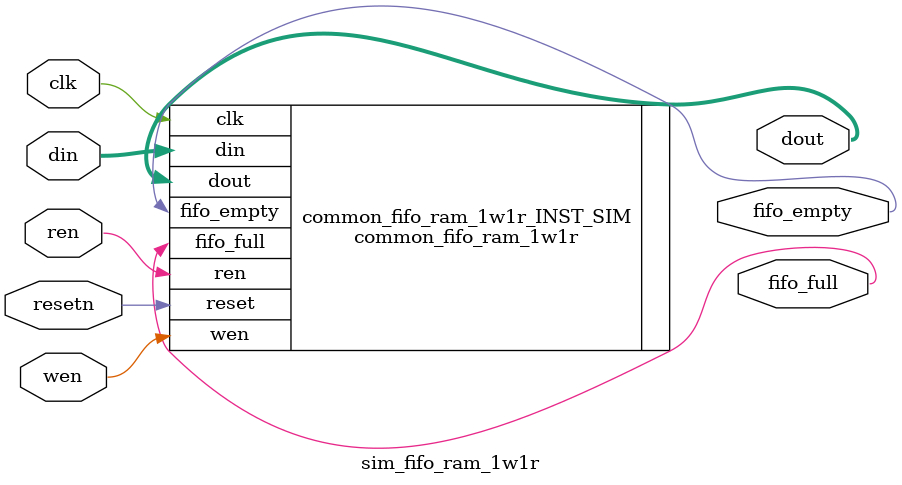
<source format=v>


module sim_fifo_ram_1w1r (
    input   wire            clk,
    input   wire            resetn,

    input   wire [5:0]      din,
    input   wire            wen,

    output  wire [5:0]      dout,
    input   wire            ren,

    output  wire            fifo_empty,
    output  wire            fifo_full
);

    common_fifo_ram_1w1r #(
        .FIFO_DEPTH_LOG2    (4),
        .FIFO_WIDTH         (6),
        .FIFO_RESET_STATE   (5'd16),
        .FIFO_RESET_VALUE   (
            { 6'd00, 6'd01, 6'd02, 6'd03, 6'd04, 6'd05, 6'd06, 6'd07,
              6'd08, 6'd09, 6'd10, 6'd11, 6'd12, 6'd13, 6'd14, 6'd15 } )
    ) common_fifo_ram_1w1r_INST_SIM (
        .clk        (clk),
        .reset      (resetn),
        
        .din        (din),
        .wen        (wen),

        .dout       (dout),
        .ren        (ren),

        .fifo_empty (fifo_empty),
        .fifo_full  (fifo_full)
    );

endmodule

</source>
